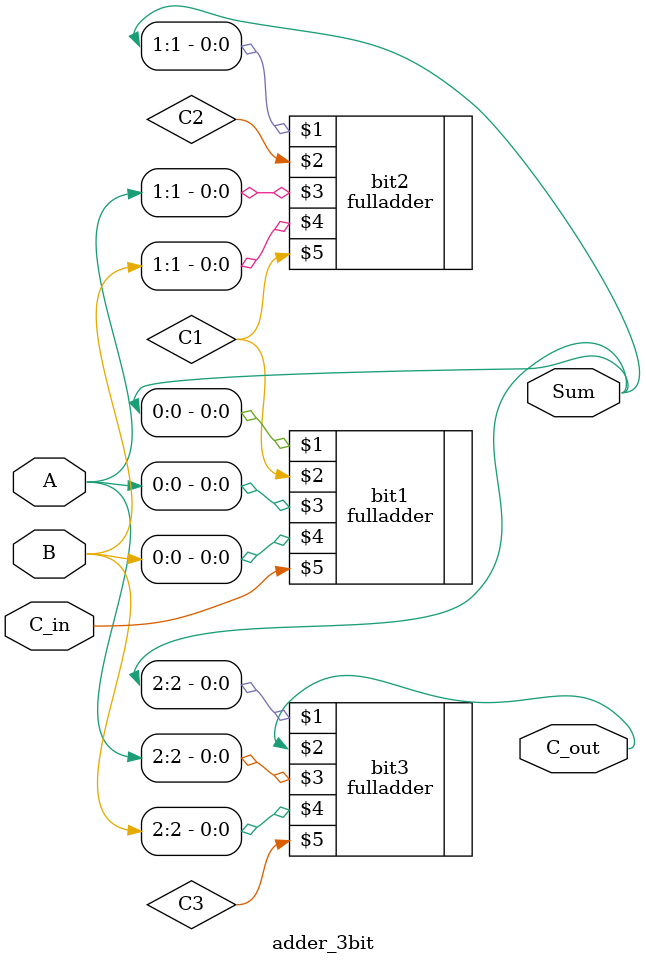
<source format=v>
`timescale 1ns / 1ps
module adder_3bit(
A , B , C_in ,Sum ,C_out);
	input [2:0] A,B;
	input C_in;
	output [2:0] Sum;
	output C_out;	
	
	wire C1,C2,C3;
	
	fulladder bit1 (Sum[0], C1, A[0], B[0],C_in);
	fulladder bit2 (Sum[1], C2, A[1], B[1],C1  );
	fulladder bit3 (Sum[2], C_out, A[2], B[2],C3  );
	
	
endmodule

</source>
